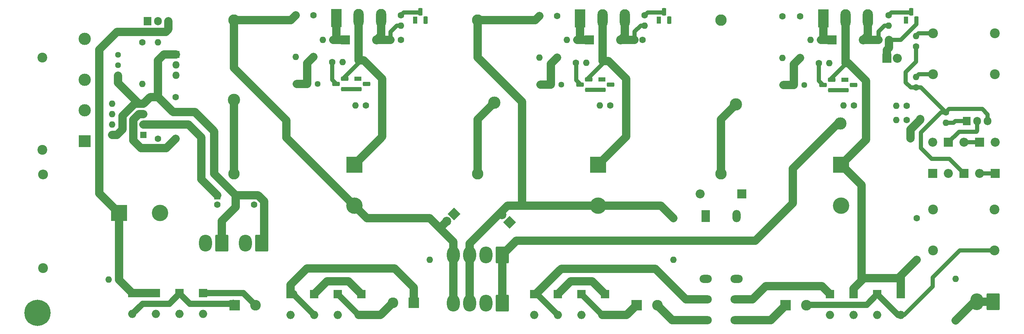
<source format=gbr>
%TF.GenerationSoftware,KiCad,Pcbnew,8.0.2+dfsg-1*%
%TF.CreationDate,2024-05-13T13:38:19+02:00*%
%TF.ProjectId,OSDEHA_PSU,4f534445-4841-45f5-9053-552e6b696361,rev?*%
%TF.SameCoordinates,Original*%
%TF.FileFunction,Copper,L2,Bot*%
%TF.FilePolarity,Positive*%
%FSLAX46Y46*%
G04 Gerber Fmt 4.6, Leading zero omitted, Abs format (unit mm)*
G04 Created by KiCad (PCBNEW 8.0.2+dfsg-1) date 2024-05-13 13:38:19*
%MOMM*%
%LPD*%
G01*
G04 APERTURE LIST*
G04 Aperture macros list*
%AMRoundRect*
0 Rectangle with rounded corners*
0 $1 Rounding radius*
0 $2 $3 $4 $5 $6 $7 $8 $9 X,Y pos of 4 corners*
0 Add a 4 corners polygon primitive as box body*
4,1,4,$2,$3,$4,$5,$6,$7,$8,$9,$2,$3,0*
0 Add four circle primitives for the rounded corners*
1,1,$1+$1,$2,$3*
1,1,$1+$1,$4,$5*
1,1,$1+$1,$6,$7*
1,1,$1+$1,$8,$9*
0 Add four rect primitives between the rounded corners*
20,1,$1+$1,$2,$3,$4,$5,0*
20,1,$1+$1,$4,$5,$6,$7,0*
20,1,$1+$1,$6,$7,$8,$9,0*
20,1,$1+$1,$8,$9,$2,$3,0*%
%AMHorizOval*
0 Thick line with rounded ends*
0 $1 width*
0 $2 $3 position (X,Y) of the first rounded end (center of the circle)*
0 $4 $5 position (X,Y) of the second rounded end (center of the circle)*
0 Add line between two ends*
20,1,$1,$2,$3,$4,$5,0*
0 Add two circle primitives to create the rounded ends*
1,1,$1,$2,$3*
1,1,$1,$4,$5*%
%AMRotRect*
0 Rectangle, with rotation*
0 The origin of the aperture is its center*
0 $1 length*
0 $2 width*
0 $3 Rotation angle, in degrees counterclockwise*
0 Add horizontal line*
21,1,$1,$2,0,0,$3*%
G04 Aperture macros list end*
%TA.AperFunction,ComponentPad*%
%ADD10C,1.600000*%
%TD*%
%TA.AperFunction,ComponentPad*%
%ADD11O,1.600000X1.600000*%
%TD*%
%TA.AperFunction,ComponentPad*%
%ADD12R,3.000000X3.000000*%
%TD*%
%TA.AperFunction,ComponentPad*%
%ADD13C,3.000000*%
%TD*%
%TA.AperFunction,ComponentPad*%
%ADD14R,1.905000X2.000000*%
%TD*%
%TA.AperFunction,ComponentPad*%
%ADD15O,1.905000X2.000000*%
%TD*%
%TA.AperFunction,ComponentPad*%
%ADD16R,4.000000X4.000000*%
%TD*%
%TA.AperFunction,ComponentPad*%
%ADD17C,4.000000*%
%TD*%
%TA.AperFunction,ComponentPad*%
%ADD18C,2.400000*%
%TD*%
%TA.AperFunction,ComponentPad*%
%ADD19O,2.400000X2.400000*%
%TD*%
%TA.AperFunction,ComponentPad*%
%ADD20R,1.800000X1.100000*%
%TD*%
%TA.AperFunction,ComponentPad*%
%ADD21RoundRect,0.275000X-0.625000X0.275000X-0.625000X-0.275000X0.625000X-0.275000X0.625000X0.275000X0*%
%TD*%
%TA.AperFunction,ComponentPad*%
%ADD22RoundRect,0.250000X1.330000X1.800000X-1.330000X1.800000X-1.330000X-1.800000X1.330000X-1.800000X0*%
%TD*%
%TA.AperFunction,ComponentPad*%
%ADD23O,3.160000X4.100000*%
%TD*%
%TA.AperFunction,ComponentPad*%
%ADD24R,2.600000X2.600000*%
%TD*%
%TA.AperFunction,ComponentPad*%
%ADD25C,2.600000*%
%TD*%
%TA.AperFunction,ComponentPad*%
%ADD26R,2.200000X2.200000*%
%TD*%
%TA.AperFunction,ComponentPad*%
%ADD27O,2.200000X2.200000*%
%TD*%
%TA.AperFunction,ComponentPad*%
%ADD28R,2.000000X2.000000*%
%TD*%
%TA.AperFunction,ComponentPad*%
%ADD29O,2.000000X2.000000*%
%TD*%
%TA.AperFunction,ComponentPad*%
%ADD30C,6.400000*%
%TD*%
%TA.AperFunction,ComponentPad*%
%ADD31RoundRect,0.275000X0.625000X-0.275000X0.625000X0.275000X-0.625000X0.275000X-0.625000X-0.275000X0*%
%TD*%
%TA.AperFunction,ComponentPad*%
%ADD32R,1.800000X1.800000*%
%TD*%
%TA.AperFunction,ComponentPad*%
%ADD33O,1.800000X1.800000*%
%TD*%
%TA.AperFunction,ComponentPad*%
%ADD34C,2.800000*%
%TD*%
%TA.AperFunction,ComponentPad*%
%ADD35R,1.600000X1.600000*%
%TD*%
%TA.AperFunction,ComponentPad*%
%ADD36C,1.440000*%
%TD*%
%TA.AperFunction,ComponentPad*%
%ADD37R,1.100000X1.800000*%
%TD*%
%TA.AperFunction,ComponentPad*%
%ADD38RoundRect,0.275000X-0.275000X-0.625000X0.275000X-0.625000X0.275000X0.625000X-0.275000X0.625000X0*%
%TD*%
%TA.AperFunction,ComponentPad*%
%ADD39R,2.500000X4.500000*%
%TD*%
%TA.AperFunction,ComponentPad*%
%ADD40O,2.500000X4.500000*%
%TD*%
%TA.AperFunction,ComponentPad*%
%ADD41O,3.000000X2.000000*%
%TD*%
%TA.AperFunction,ComponentPad*%
%ADD42R,2.000000X3.000000*%
%TD*%
%TA.AperFunction,ComponentPad*%
%ADD43O,2.000000X3.000000*%
%TD*%
%TA.AperFunction,ComponentPad*%
%ADD44RotRect,2.200000X2.200000X225.000000*%
%TD*%
%TA.AperFunction,ComponentPad*%
%ADD45HorizOval,2.200000X0.000000X0.000000X0.000000X0.000000X0*%
%TD*%
%TA.AperFunction,ComponentPad*%
%ADD46RotRect,2.200000X2.200000X135.000000*%
%TD*%
%TA.AperFunction,ComponentPad*%
%ADD47HorizOval,2.200000X0.000000X0.000000X0.000000X0.000000X0*%
%TD*%
%TA.AperFunction,ViaPad*%
%ADD48C,2.000000*%
%TD*%
%TA.AperFunction,ViaPad*%
%ADD49C,3.000000*%
%TD*%
%TA.AperFunction,Conductor*%
%ADD50C,2.000000*%
%TD*%
%TA.AperFunction,Conductor*%
%ADD51C,1.000000*%
%TD*%
%TA.AperFunction,Conductor*%
%ADD52C,1.500000*%
%TD*%
G04 APERTURE END LIST*
D10*
%TO.P,R13,1*%
%TO.N,Net-(D8-K)*%
X251674000Y-87582000D03*
D11*
%TO.P,R13,2*%
%TO.N,Net-(C10-Pad1)*%
X251674000Y-85042000D03*
%TD*%
D12*
%TO.P,D11,1,-*%
%TO.N,Earth_Protective*%
X48895000Y-110725000D03*
D13*
%TO.P,D11,2*%
%TO.N,GND*%
X48895000Y-103225000D03*
%TO.P,D11,3*%
X48895000Y-95725000D03*
%TO.P,D11,4,+*%
%TO.N,Earth_Protective*%
X48895000Y-85725000D03*
%TD*%
D10*
%TO.P,R35,1*%
%TO.N,Net-(Q10-B)*%
X185500000Y-79960000D03*
D11*
%TO.P,R35,2*%
%TO.N,Net-(D25-A)*%
X185500000Y-82500000D03*
%TD*%
D10*
%TO.P,R30,1*%
%TO.N,/HV_STABI3/RSET*%
X104664000Y-80010000D03*
D11*
%TO.P,R30,2*%
%TO.N,Net-(R30-Pad2)*%
X104664000Y-90170000D03*
%TD*%
D10*
%TO.P,R26,1*%
%TO.N,Net-(D25-K)*%
X169045000Y-86000000D03*
D11*
%TO.P,R26,2*%
%TO.N,/HV_STABI2/RSET*%
X166505000Y-86000000D03*
%TD*%
D14*
%TO.P,Q2,1,G*%
%TO.N,Net-(Q2-G)*%
X264068000Y-105791000D03*
D15*
%TO.P,Q2,2,A+*%
%TO.N,Net-(D7-K)*%
X266608000Y-105791000D03*
%TO.P,Q2,3,K-*%
%TO.N,Net-(D8-K)*%
X269148000Y-105791000D03*
%TD*%
D16*
%TO.P,C1,1*%
%TO.N,/HV_STABI1/CAP*%
X233426000Y-116473501D03*
D17*
%TO.P,C1,2*%
%TO.N,GND*%
X233426000Y-126473501D03*
%TD*%
D10*
%TO.P,R11,1*%
%TO.N,Net-(D8-K)*%
X258943600Y-103682800D03*
D11*
%TO.P,R11,2*%
%TO.N,Net-(Q2-G)*%
X258943600Y-106222800D03*
%TD*%
D10*
%TO.P,R27,1*%
%TO.N,GND*%
X184995000Y-86000000D03*
D11*
%TO.P,R27,2*%
%TO.N,Net-(D25-A)*%
X182455000Y-86000000D03*
%TD*%
D18*
%TO.P,R15,1*%
%TO.N,Earth_Protective*%
X38735000Y-141732000D03*
D19*
%TO.P,R15,2*%
%TO.N,GND*%
X38735000Y-118872000D03*
%TD*%
D20*
%TO.P,Q3,1,S*%
%TO.N,Net-(Q3-S)*%
X234337400Y-95707200D03*
D21*
%TO.P,Q3,2,G*%
%TO.N,Net-(Q3-G)*%
X236407400Y-96977200D03*
%TO.P,Q3,3,D*%
%TO.N,Net-(Q3-D)*%
X234337400Y-98247200D03*
%TD*%
D22*
%TO.P,J8,1,Pin_1*%
%TO.N,/H*%
X82355000Y-135636000D03*
D23*
%TO.P,J8,2,Pin_2*%
%TO.N,GND*%
X78395000Y-135636000D03*
%TD*%
D24*
%TO.P,J1,1,Pin_1*%
%TO.N,/AC2B+*%
X219837000Y-150782501D03*
D25*
%TO.P,J1,2,Pin_2*%
%TO.N,/AC1B+*%
X224917000Y-150782501D03*
%TD*%
D26*
%TO.P,D9,1,K*%
%TO.N,Net-(D8-A)*%
X267183000Y-111014000D03*
D27*
%TO.P,D9,2,A*%
%TO.N,Net-(D10-K)*%
X267183000Y-118634000D03*
%TD*%
D18*
%TO.P,C5,1*%
%TO.N,Net-(D5-K)*%
X255851000Y-137381000D03*
%TO.P,C5,2*%
%TO.N,/AC1B+*%
X270851000Y-137381000D03*
%TD*%
D10*
%TO.P,R19,1*%
%TO.N,Net-(Q4-G)*%
X228006400Y-91643200D03*
D11*
%TO.P,R19,2*%
%TO.N,Net-(Q3-S)*%
X230546400Y-91643200D03*
%TD*%
D18*
%TO.P,C11,1*%
%TO.N,GND*%
X38608000Y-90350000D03*
%TO.P,C11,2*%
%TO.N,Earth_Protective*%
X38608000Y-112850000D03*
%TD*%
D28*
%TO.P,D14,1,K*%
%TO.N,/HV_STABI1/CAP*%
X236467333Y-148092501D03*
D29*
%TO.P,D14,2,A*%
%TO.N,/HV_STABI1/AC2*%
X236467333Y-153172501D03*
%TD*%
D10*
%TO.P,R12,1*%
%TO.N,Net-(D8-K)*%
X251674000Y-97615000D03*
D11*
%TO.P,R12,2*%
%TO.N,Net-(C9-Pad1)*%
X251674000Y-95075000D03*
%TD*%
D30*
%TO.P,CHASSIS1,1,1*%
%TO.N,Earth_Protective*%
X37388800Y-152654000D03*
%TD*%
D28*
%TO.P,D2,1,K*%
%TO.N,/AC2HTR*%
X72037666Y-147842501D03*
D29*
%TO.P,D2,2,A*%
%TO.N,GND*%
X72037666Y-152922501D03*
%TD*%
D10*
%TO.P,R24,1*%
%TO.N,/HV_STABI2/RSET*%
X164160000Y-80137000D03*
D11*
%TO.P,R24,2*%
%TO.N,Net-(R24-Pad2)*%
X164160000Y-90297000D03*
%TD*%
D28*
%TO.P,D16,1,K*%
%TO.N,/HV_STABI2/CAP*%
X175811000Y-148092501D03*
D29*
%TO.P,D16,2,A*%
%TO.N,/AC1B-*%
X175811000Y-153172501D03*
%TD*%
D10*
%TO.P,R14,1*%
%TO.N,/BIAS*%
X261326000Y-154520000D03*
D11*
%TO.P,R14,2*%
%TO.N,Net-(D8-K)*%
X261326000Y-144360000D03*
%TD*%
D20*
%TO.P,Q12,1,S*%
%TO.N,Net-(Q11-D)*%
X112282000Y-98044000D03*
D31*
%TO.P,Q12,2,G*%
%TO.N,Net-(Q12-G)*%
X110212000Y-96774000D03*
%TO.P,Q12,3,D*%
%TO.N,/HV_STABI3/CAP*%
X112282000Y-95504000D03*
%TD*%
D32*
%TO.P,Q1,1,E*%
%TO.N,/H*%
X71126000Y-89535000D03*
D33*
%TO.P,Q1,2,C*%
%TO.N,Net-(D6-K)*%
X71126000Y-92075000D03*
%TO.P,Q1,3,B*%
%TO.N,Net-(Q1-B)*%
X71126000Y-94615000D03*
%TD*%
D28*
%TO.P,D19,1,K*%
%TO.N,/HV_STABI2/AC2*%
X158539000Y-148092501D03*
D29*
%TO.P,D19,2,A*%
%TO.N,/B-*%
X158539000Y-153172501D03*
%TD*%
D34*
%TO.P,C12,1*%
%TO.N,/HV_STABI1/RSET*%
X204089000Y-118699000D03*
%TO.P,C12,2*%
%TO.N,GND*%
X204089000Y-81199000D03*
%TD*%
D28*
%TO.P,D18,1,K*%
%TO.N,/HV_STABI2/CAP*%
X164296333Y-148092501D03*
D29*
%TO.P,D18,2,A*%
%TO.N,/HV_STABI2/AC2*%
X164296333Y-153172501D03*
%TD*%
D35*
%TO.P,C8,1*%
%TO.N,Net-(U2-THR)*%
X81225000Y-124214000D03*
D10*
%TO.P,C8,2*%
%TO.N,GND*%
X81225000Y-126214000D03*
%TD*%
D24*
%TO.P,J4,1,Pin_1*%
%TO.N,/AC2HTR*%
X85471000Y-150782501D03*
D25*
%TO.P,J4,2,Pin_2*%
%TO.N,/AC1HTR*%
X90551000Y-150782501D03*
%TD*%
D10*
%TO.P,R9,1*%
%TO.N,Net-(Q1-B)*%
X66802000Y-110109000D03*
D11*
%TO.P,R9,2*%
%TO.N,/H*%
X66802000Y-99949000D03*
%TD*%
D18*
%TO.P,C10,1*%
%TO.N,Net-(C10-Pad1)*%
X255858000Y-84407000D03*
%TO.P,C10,2*%
%TO.N,GND*%
X270858000Y-84407000D03*
%TD*%
D10*
%TO.P,R6,1*%
%TO.N,Net-(D5-A)*%
X249377200Y-105562400D03*
D11*
%TO.P,R6,2*%
%TO.N,GND*%
X246837200Y-105562400D03*
%TD*%
D10*
%TO.P,R21,1*%
%TO.N,/B+*%
X245045000Y-86000000D03*
D11*
%TO.P,R21,2*%
%TO.N,Net-(D24-A)*%
X242505000Y-86000000D03*
%TD*%
D36*
%TO.P,RV4,1,1*%
%TO.N,Net-(Q11-S)*%
X105680000Y-96774000D03*
%TO.P,RV4,2,2*%
%TO.N,Net-(R30-Pad2)*%
X103140000Y-96774000D03*
%TO.P,RV4,3,3*%
X100600000Y-96774000D03*
%TD*%
D10*
%TO.P,R16,1*%
%TO.N,GND*%
X251815600Y-129537200D03*
D11*
%TO.P,R16,2*%
%TO.N,/HV_STABI1/CAP*%
X251815600Y-139697200D03*
%TD*%
D26*
%TO.P,D5,1,K*%
%TO.N,Net-(D5-K)*%
X255708000Y-118634000D03*
D27*
%TO.P,D5,2,A*%
%TO.N,Net-(D5-A)*%
X255708000Y-111014000D03*
%TD*%
D10*
%TO.P,R18,1*%
%TO.N,/HV_STABI1/RSET*%
X223434400Y-80213200D03*
D11*
%TO.P,R18,2*%
%TO.N,Net-(R18-Pad2)*%
X223434400Y-90373200D03*
%TD*%
D20*
%TO.P,Q11,1,S*%
%TO.N,Net-(Q11-S)*%
X115567000Y-95504000D03*
D21*
%TO.P,Q11,2,G*%
%TO.N,Net-(Q11-G)*%
X117637000Y-96774000D03*
%TO.P,Q11,3,D*%
%TO.N,Net-(Q11-D)*%
X115567000Y-98044000D03*
%TD*%
D22*
%TO.P,J5,1,Pin_1*%
%TO.N,/BIAS*%
X270441000Y-149960000D03*
D23*
%TO.P,J5,2,Pin_2*%
X266481000Y-149960000D03*
%TD*%
D10*
%TO.P,R5,1*%
%TO.N,Net-(D5-A)*%
X249377200Y-102057200D03*
D11*
%TO.P,R5,2*%
%TO.N,/B+*%
X246837200Y-102057200D03*
%TD*%
D28*
%TO.P,D12,1,K*%
%TO.N,/HV_STABI1/CAP*%
X247982000Y-148092501D03*
D29*
%TO.P,D12,2,A*%
%TO.N,/AC1B+*%
X247982000Y-153172501D03*
%TD*%
D37*
%TO.P,Q14,1,C*%
%TO.N,Net-(D26-K)*%
X129460000Y-81170000D03*
D38*
%TO.P,Q14,2,B*%
%TO.N,Net-(Q14-B)*%
X130730000Y-79100000D03*
%TO.P,Q14,3,E*%
%TO.N,GND*%
X132000000Y-81170000D03*
%TD*%
D28*
%TO.P,D22,1,K*%
%TO.N,/HV_STABI3/CAP*%
X104860333Y-148092501D03*
D29*
%TO.P,D22,2,A*%
%TO.N,/AC2B2-*%
X104860333Y-153172501D03*
%TD*%
D10*
%TO.P,R23,1*%
%TO.N,Net-(Q7-G)*%
X177045000Y-102000000D03*
D11*
%TO.P,R23,2*%
%TO.N,/HV_STABI2/RSET*%
X174505000Y-102000000D03*
%TD*%
D10*
%TO.P,R17,1*%
%TO.N,Net-(Q3-G)*%
X236500000Y-102000000D03*
D11*
%TO.P,R17,2*%
%TO.N,/HV_STABI1/RSET*%
X233960000Y-102000000D03*
%TD*%
D26*
%TO.P,D8,1,K*%
%TO.N,Net-(D8-K)*%
X263358000Y-118634000D03*
D27*
%TO.P,D8,2,A*%
%TO.N,Net-(D8-A)*%
X263358000Y-111014000D03*
%TD*%
D10*
%TO.P,R28,1*%
%TO.N,/B2-*%
X133070600Y-129537200D03*
D11*
%TO.P,R28,2*%
%TO.N,/HV_STABI3/CAP*%
X133070600Y-139697200D03*
%TD*%
D18*
%TO.P,C6,1*%
%TO.N,Net-(D7-K)*%
X255851000Y-127381000D03*
%TO.P,C6,2*%
%TO.N,GND*%
X270851000Y-127381000D03*
%TD*%
D16*
%TO.P,C2,1*%
%TO.N,/HV_STABI2/CAP*%
X174114800Y-116471301D03*
D17*
%TO.P,C2,2*%
%TO.N,/B-*%
X174114800Y-126471301D03*
%TD*%
D10*
%TO.P,R2,1*%
%TO.N,/B-*%
X159842000Y-80137000D03*
D11*
%TO.P,R2,2*%
%TO.N,/HV_STABI2/RSET*%
X159842000Y-90297000D03*
%TD*%
D20*
%TO.P,Q4,1,S*%
%TO.N,Net-(Q3-D)*%
X231073400Y-98247200D03*
D31*
%TO.P,Q4,2,G*%
%TO.N,Net-(Q4-G)*%
X229003400Y-96977200D03*
%TO.P,Q4,3,D*%
%TO.N,/HV_STABI1/CAP*%
X231073400Y-95707200D03*
%TD*%
D28*
%TO.P,D20,1,K*%
%TO.N,/HV_STABI3/CAP*%
X116375000Y-148092501D03*
D29*
%TO.P,D20,2,A*%
%TO.N,/AC1B2-*%
X116375000Y-153172501D03*
%TD*%
D10*
%TO.P,R7,1*%
%TO.N,Net-(U1-ADJ)*%
X62992000Y-86614000D03*
D11*
%TO.P,R7,2*%
%TO.N,GND*%
X62992000Y-96774000D03*
%TD*%
D16*
%TO.P,C4,1*%
%TO.N,Net-(D3-K)*%
X57243630Y-128270000D03*
D17*
%TO.P,C4,2*%
%TO.N,GND*%
X67243630Y-128270000D03*
%TD*%
D24*
%TO.P,J2,1,Pin_1*%
%TO.N,/AC1B-*%
X183487000Y-150782501D03*
D25*
%TO.P,J2,2,Pin_2*%
%TO.N,/AC2B-*%
X188567000Y-150782501D03*
%TD*%
D39*
%TO.P,Q5,1,G*%
%TO.N,Net-(D24-K)*%
X229033400Y-80772000D03*
D40*
%TO.P,Q5,2,D*%
%TO.N,/HV_STABI1/CAP*%
X234483400Y-80772000D03*
%TO.P,Q5,3,S*%
%TO.N,Net-(D24-A)*%
X239933400Y-80772000D03*
%TD*%
D20*
%TO.P,Q7,1,S*%
%TO.N,Net-(Q7-S)*%
X175063000Y-95631000D03*
D21*
%TO.P,Q7,2,G*%
%TO.N,Net-(Q7-G)*%
X177133000Y-96901000D03*
%TO.P,Q7,3,D*%
%TO.N,Net-(Q7-D)*%
X175063000Y-98171000D03*
%TD*%
D37*
%TO.P,Q10,1,C*%
%TO.N,Net-(D25-K)*%
X188960000Y-81170000D03*
D38*
%TO.P,Q10,2,B*%
%TO.N,Net-(Q10-B)*%
X190230000Y-79100000D03*
%TO.P,Q10,3,E*%
%TO.N,GND*%
X191500000Y-81170000D03*
%TD*%
D28*
%TO.P,D23,1,K*%
%TO.N,/AC2B2-*%
X99103000Y-148092501D03*
D29*
%TO.P,D23,2,A*%
%TO.N,/B2-*%
X99103000Y-153172501D03*
%TD*%
D28*
%TO.P,D21,1,K*%
%TO.N,/AC1B2-*%
X110617666Y-148092501D03*
D29*
%TO.P,D21,2,A*%
%TO.N,/B2-*%
X110617666Y-153172501D03*
%TD*%
D14*
%TO.P,U1,1,ADJ*%
%TO.N,Net-(U1-ADJ)*%
X64262000Y-81407000D03*
D15*
%TO.P,U1,2,VO*%
%TO.N,/H*%
X66802000Y-81407000D03*
%TO.P,U1,3,VI*%
%TO.N,Net-(D3-K)*%
X69342000Y-81407000D03*
%TD*%
D26*
%TO.P,D10,1,K*%
%TO.N,Net-(D10-K)*%
X271008000Y-118634000D03*
D27*
%TO.P,D10,2,A*%
%TO.N,GND*%
X271008000Y-111014000D03*
%TD*%
D35*
%TO.P,U2,1,GND*%
%TO.N,GND*%
X63236000Y-109210000D03*
D11*
%TO.P,U2,2,TR*%
%TO.N,Net-(U2-THR)*%
X63236000Y-106670000D03*
%TO.P,U2,3,Q*%
%TO.N,Net-(U2-Q)*%
X63236000Y-104130000D03*
%TO.P,U2,4,R*%
%TO.N,/H*%
X63236000Y-101590000D03*
%TO.P,U2,5,CV*%
%TO.N,unconnected-(U2-CV-Pad5)*%
X55616000Y-101590000D03*
%TO.P,U2,6,THR*%
%TO.N,Net-(U2-THR)*%
X55616000Y-104130000D03*
%TO.P,U2,7,DIS*%
%TO.N,unconnected-(U2-DIS-Pad7)*%
X55616000Y-106670000D03*
%TO.P,U2,8,VCC*%
%TO.N,/H*%
X55616000Y-109210000D03*
%TD*%
D10*
%TO.P,R3,1*%
%TO.N,/B2-*%
X100346000Y-80010000D03*
D11*
%TO.P,R3,2*%
%TO.N,/HV_STABI3/RSET*%
X100346000Y-90170000D03*
%TD*%
D10*
%TO.P,R22,1*%
%TO.N,/B-*%
X192506600Y-129537200D03*
D11*
%TO.P,R22,2*%
%TO.N,/HV_STABI2/CAP*%
X192506600Y-139697200D03*
%TD*%
D10*
%TO.P,R10,1*%
%TO.N,Net-(Q1-B)*%
X71120000Y-99949000D03*
D11*
%TO.P,R10,2*%
%TO.N,Net-(U2-Q)*%
X71120000Y-110109000D03*
%TD*%
D39*
%TO.P,Q9,1,G*%
%TO.N,Net-(D25-K)*%
X169759000Y-80772000D03*
D40*
%TO.P,Q9,2,D*%
%TO.N,/HV_STABI2/CAP*%
X175209000Y-80772000D03*
%TO.P,Q9,3,S*%
%TO.N,Net-(D25-A)*%
X180659000Y-80772000D03*
%TD*%
D18*
%TO.P,C9,1*%
%TO.N,Net-(C9-Pad1)*%
X255858000Y-94407000D03*
%TO.P,C9,2*%
%TO.N,GND*%
X270858000Y-94407000D03*
%TD*%
D22*
%TO.P,J7,1,Pin_1*%
%TO.N,/B+*%
X150720000Y-150272501D03*
D23*
%TO.P,J7,2,Pin_2*%
%TO.N,GND*%
X146760000Y-150272501D03*
%TO.P,J7,3,Pin_3*%
%TO.N,/B-*%
X142800000Y-150272501D03*
%TO.P,J7,4,Pin_4*%
%TO.N,/B2-*%
X138840000Y-150272501D03*
%TD*%
D10*
%TO.P,R31,1*%
%TO.N,Net-(Q12-G)*%
X109236000Y-91440000D03*
D11*
%TO.P,R31,2*%
%TO.N,Net-(Q11-S)*%
X111776000Y-91440000D03*
%TD*%
D28*
%TO.P,D13,1,K*%
%TO.N,/AC1B+*%
X242224666Y-148092501D03*
D29*
%TO.P,D13,2,A*%
%TO.N,GND*%
X242224666Y-153172501D03*
%TD*%
D10*
%TO.P,R1,1*%
%TO.N,GND*%
X219116400Y-80213200D03*
D11*
%TO.P,R1,2*%
%TO.N,/HV_STABI1/RSET*%
X219116400Y-90373200D03*
%TD*%
D10*
%TO.P,R36,1*%
%TO.N,Net-(Q14-B)*%
X126000000Y-79960000D03*
D11*
%TO.P,R36,2*%
%TO.N,Net-(D26-A)*%
X126000000Y-82500000D03*
%TD*%
D26*
%TO.P,D26,1,K*%
%TO.N,Net-(D26-K)*%
X112500000Y-86000000D03*
D27*
%TO.P,D26,2,A*%
%TO.N,Net-(D26-A)*%
X120120000Y-86000000D03*
%TD*%
D22*
%TO.P,J9,1,Pin_1*%
%TO.N,/H*%
X92075000Y-135636000D03*
D23*
%TO.P,J9,2,Pin_2*%
%TO.N,GND*%
X88115000Y-135636000D03*
%TD*%
D26*
%TO.P,D7,1,K*%
%TO.N,Net-(D7-K)*%
X259533000Y-111014000D03*
D27*
%TO.P,D7,2,A*%
%TO.N,Net-(D5-K)*%
X259533000Y-118634000D03*
%TD*%
D28*
%TO.P,D4,1,K*%
%TO.N,Net-(D3-K)*%
X60523000Y-147842501D03*
D29*
%TO.P,D4,2,A*%
%TO.N,/AC2HTR*%
X60523000Y-152922501D03*
%TD*%
D28*
%TO.P,D3,1,K*%
%TO.N,Net-(D3-K)*%
X66280333Y-147842501D03*
D29*
%TO.P,D3,2,A*%
%TO.N,/AC1HTR*%
X66280333Y-152922501D03*
%TD*%
D10*
%TO.P,R4,1*%
%TO.N,Net-(D3-K)*%
X57280600Y-144475200D03*
D11*
%TO.P,R4,2*%
%TO.N,GND*%
X54740600Y-144475200D03*
%TD*%
D10*
%TO.P,R20,1*%
%TO.N,Net-(D24-K)*%
X228500000Y-86000000D03*
D11*
%TO.P,R20,2*%
%TO.N,/HV_STABI1/RSET*%
X225960000Y-86000000D03*
%TD*%
D10*
%TO.P,R8,1*%
%TO.N,/H*%
X66802000Y-96774000D03*
D11*
%TO.P,R8,2*%
%TO.N,Net-(U1-ADJ)*%
X66802000Y-86614000D03*
%TD*%
D36*
%TO.P,RV2,1,1*%
%TO.N,Net-(Q3-S)*%
X224440400Y-96977200D03*
%TO.P,RV2,2,2*%
%TO.N,Net-(R18-Pad2)*%
X221900400Y-96977200D03*
%TO.P,RV2,3,3*%
X219360400Y-96977200D03*
%TD*%
D39*
%TO.P,Q13,1,G*%
%TO.N,Net-(D26-K)*%
X110263000Y-80645000D03*
D40*
%TO.P,Q13,2,D*%
%TO.N,/HV_STABI3/CAP*%
X115713000Y-80645000D03*
%TO.P,Q13,3,S*%
%TO.N,Net-(D26-A)*%
X121163000Y-80645000D03*
%TD*%
D41*
%TO.P,K1,11*%
%TO.N,/HV_STABI2/AC2*%
X200399000Y-149332501D03*
%TO.P,K1,12*%
%TO.N,unconnected-(K1-Pad12)*%
X200399000Y-144292501D03*
%TO.P,K1,14*%
%TO.N,/AC2B-*%
X200399000Y-154372501D03*
%TO.P,K1,21*%
%TO.N,/HV_STABI1/AC2*%
X207899000Y-149332501D03*
%TO.P,K1,22*%
%TO.N,unconnected-(K1-Pad22)*%
X207899000Y-144292501D03*
%TO.P,K1,24*%
%TO.N,/AC2B+*%
X207899000Y-154372501D03*
D42*
%TO.P,K1,A1*%
%TO.N,GND*%
X200399000Y-129032501D03*
D43*
%TO.P,K1,A2*%
%TO.N,Net-(D6-K)*%
X207899000Y-129032501D03*
%TD*%
D28*
%TO.P,D15,1,K*%
%TO.N,/HV_STABI1/AC2*%
X230710000Y-148092501D03*
D29*
%TO.P,D15,2,A*%
%TO.N,GND*%
X230710000Y-153172501D03*
%TD*%
D44*
%TO.P,D29,1,K*%
%TO.N,GND*%
X139000000Y-128520101D03*
D45*
%TO.P,D29,2,A*%
%TO.N,/B2-*%
X137203949Y-130316152D03*
%TD*%
D24*
%TO.P,J3,1,Pin_1*%
%TO.N,/AC2B2-*%
X129141000Y-150172501D03*
D25*
%TO.P,J3,2,Pin_2*%
%TO.N,/AC1B2-*%
X124061000Y-150172501D03*
%TD*%
D20*
%TO.P,Q8,1,S*%
%TO.N,Net-(Q7-D)*%
X171799000Y-98171000D03*
D31*
%TO.P,Q8,2,G*%
%TO.N,Net-(Q8-G)*%
X169729000Y-96901000D03*
%TO.P,Q8,3,D*%
%TO.N,/HV_STABI2/CAP*%
X171799000Y-95631000D03*
%TD*%
D26*
%TO.P,D24,1,K*%
%TO.N,Net-(D24-K)*%
X231190000Y-86000000D03*
D27*
%TO.P,D24,2,A*%
%TO.N,Net-(D24-A)*%
X238810000Y-86000000D03*
%TD*%
D10*
%TO.P,R25,1*%
%TO.N,Net-(Q8-G)*%
X168732000Y-91567000D03*
D11*
%TO.P,R25,2*%
%TO.N,Net-(Q7-S)*%
X171272000Y-91567000D03*
%TD*%
D35*
%TO.P,C7,1*%
%TO.N,/H*%
X90225000Y-124214000D03*
D10*
%TO.P,C7,2*%
%TO.N,GND*%
X90225000Y-126214000D03*
%TD*%
D26*
%TO.P,D27,1,K*%
%TO.N,/B+*%
X244531766Y-90500000D03*
D27*
%TO.P,D27,2,A*%
%TO.N,GND*%
X247071766Y-90500000D03*
%TD*%
D10*
%TO.P,R32,1*%
%TO.N,Net-(D26-K)*%
X109500000Y-86000000D03*
D11*
%TO.P,R32,2*%
%TO.N,/HV_STABI3/RSET*%
X106960000Y-86000000D03*
%TD*%
D10*
%TO.P,R33,1*%
%TO.N,GND*%
X126000000Y-86000000D03*
D11*
%TO.P,R33,2*%
%TO.N,Net-(D26-A)*%
X123460000Y-86000000D03*
%TD*%
D36*
%TO.P,RV3,1,1*%
%TO.N,Net-(Q7-S)*%
X165176000Y-96901000D03*
%TO.P,RV3,2,2*%
%TO.N,Net-(R24-Pad2)*%
X162636000Y-96901000D03*
%TO.P,RV3,3,3*%
X160096000Y-96901000D03*
%TD*%
D37*
%TO.P,Q6,1,C*%
%TO.N,Net-(D24-K)*%
X249230000Y-81170000D03*
D38*
%TO.P,Q6,2,B*%
%TO.N,Net-(Q6-B)*%
X250500000Y-79100000D03*
%TO.P,Q6,3,E*%
%TO.N,/B+*%
X251770000Y-81170000D03*
%TD*%
D26*
%TO.P,D6,1,K*%
%TO.N,Net-(D6-K)*%
X209169000Y-123571000D03*
D27*
%TO.P,D6,2,A*%
%TO.N,GND*%
X199009000Y-123571000D03*
%TD*%
D10*
%TO.P,R29,1*%
%TO.N,Net-(Q11-G)*%
X117500000Y-102000000D03*
D11*
%TO.P,R29,2*%
%TO.N,/HV_STABI3/RSET*%
X114960000Y-102000000D03*
%TD*%
D36*
%TO.P,RV1,1,1*%
%TO.N,Net-(U2-THR)*%
X57023000Y-89662000D03*
%TO.P,RV1,2,2*%
X57023000Y-92202000D03*
%TO.P,RV1,3,3*%
%TO.N,/H*%
X57023000Y-94742000D03*
%TD*%
D16*
%TO.P,C3,1*%
%TO.N,/HV_STABI3/CAP*%
X114681000Y-116473501D03*
D17*
%TO.P,C3,2*%
%TO.N,/B2-*%
X114681000Y-126473501D03*
%TD*%
D26*
%TO.P,D25,1,K*%
%TO.N,Net-(D25-K)*%
X172000000Y-86000000D03*
D27*
%TO.P,D25,2,A*%
%TO.N,Net-(D25-A)*%
X179620000Y-86000000D03*
%TD*%
D34*
%TO.P,C13,1*%
%TO.N,/HV_STABI2/RSET*%
X144777800Y-118696800D03*
%TO.P,C13,2*%
%TO.N,/B-*%
X144777800Y-81196800D03*
%TD*%
D46*
%TO.P,D28,1,K*%
%TO.N,GND*%
X152500000Y-130500000D03*
D47*
%TO.P,D28,2,A*%
%TO.N,/B-*%
X150703949Y-128703949D03*
%TD*%
D10*
%TO.P,R34,1*%
%TO.N,Net-(Q6-B)*%
X245000000Y-79960000D03*
D11*
%TO.P,R34,2*%
%TO.N,Net-(D24-A)*%
X245000000Y-82500000D03*
%TD*%
D28*
%TO.P,D1,1,K*%
%TO.N,/AC1HTR*%
X77795000Y-147842501D03*
D29*
%TO.P,D1,2,A*%
%TO.N,GND*%
X77795000Y-152922501D03*
%TD*%
D22*
%TO.P,J6,1,Pin_1*%
%TO.N,/B+*%
X150720000Y-138461501D03*
D23*
%TO.P,J6,2,Pin_2*%
%TO.N,GND*%
X146760000Y-138461501D03*
%TO.P,J6,3,Pin_3*%
%TO.N,/B-*%
X142800000Y-138461501D03*
%TO.P,J6,4,Pin_4*%
%TO.N,/B2-*%
X138840000Y-138461501D03*
%TD*%
D28*
%TO.P,D17,1,K*%
%TO.N,/AC1B-*%
X170053666Y-148092501D03*
D29*
%TO.P,D17,2,A*%
%TO.N,/B-*%
X170053666Y-153172501D03*
%TD*%
D34*
%TO.P,C14,1*%
%TO.N,/HV_STABI3/RSET*%
X85344000Y-118699000D03*
%TO.P,C14,2*%
%TO.N,/B2-*%
X85344000Y-81199000D03*
%TD*%
D48*
%TO.N,GND*%
X250334532Y-110055268D03*
X252654915Y-105304581D03*
D49*
%TO.N,/HV_STABI2/RSET*%
X148819500Y-101319500D03*
%TO.N,/HV_STABI1/RSET*%
X207744800Y-101744800D03*
%TO.N,/HV_STABI3/RSET*%
X85344000Y-100634800D03*
%TO.N,/B+*%
X233222800Y-106375200D03*
%TD*%
D50*
%TO.N,Net-(D3-K)*%
X52476400Y-123502770D02*
X52476400Y-88392000D01*
X52476400Y-88392000D02*
X56794400Y-84074000D01*
X57243630Y-128270000D02*
X57243630Y-144563131D01*
X68675000Y-84074000D02*
X56794400Y-84074000D01*
X69342000Y-81407000D02*
X69342000Y-83407000D01*
X57243630Y-144563131D02*
X60523000Y-147842501D01*
X69342000Y-83407000D02*
X68675000Y-84074000D01*
X57243630Y-128270000D02*
X52476400Y-123502770D01*
X60523000Y-147842501D02*
X66280333Y-147842501D01*
%TO.N,GND*%
X250334532Y-107857760D02*
X250334532Y-110055268D01*
D51*
X252654915Y-105304581D02*
X252654915Y-105537377D01*
D50*
X252654915Y-105537377D02*
X250334532Y-107857760D01*
D51*
%TO.N,/HV_STABI1/CAP*%
X230673400Y-95707200D02*
X234483400Y-91897200D01*
D50*
X247342400Y-144170400D02*
X247982000Y-143530800D01*
X233426000Y-116473501D02*
X239500000Y-110399501D01*
X238379000Y-121426501D02*
X233426000Y-116473501D01*
X236467333Y-146691667D02*
X238379000Y-144780000D01*
X247982000Y-148092501D02*
X247982000Y-143530800D01*
X238988600Y-144170400D02*
X247342400Y-144170400D01*
D51*
X234483400Y-91897200D02*
X234483400Y-91630174D01*
D50*
X239500000Y-96000000D02*
X235130174Y-91630174D01*
X238379000Y-144780000D02*
X238988600Y-144170400D01*
X234483400Y-91630174D02*
X234483400Y-80848200D01*
X239500000Y-110399501D02*
X239500000Y-96000000D01*
X238379000Y-137795000D02*
X238379000Y-129997200D01*
X247982000Y-148092501D02*
X247982000Y-146382000D01*
X238379000Y-129997200D02*
X238379000Y-121426501D01*
X247982000Y-143530800D02*
X251815600Y-139697200D01*
X238379000Y-144780000D02*
X238379000Y-137795000D01*
X236467333Y-148092501D02*
X236467333Y-146691667D01*
X235130174Y-91630174D02*
X234483400Y-91630174D01*
D51*
%TO.N,/HV_STABI2/CAP*%
X175209000Y-91821000D02*
X175209000Y-91136692D01*
D50*
X174117000Y-116473501D02*
X181000000Y-109590501D01*
X181000000Y-109590501D02*
X181000000Y-95500000D01*
D51*
X171399000Y-95631000D02*
X175209000Y-91821000D01*
D50*
X164296333Y-148092501D02*
X167456434Y-144932400D01*
X181000000Y-95500000D02*
X176636692Y-91136692D01*
X176636692Y-91136692D02*
X175209000Y-91136692D01*
X167456434Y-144932400D02*
X172650899Y-144932400D01*
X172650899Y-144932400D02*
X175811000Y-148092501D01*
X175209000Y-91136692D02*
X175209000Y-80772000D01*
%TO.N,/B-*%
X152000000Y-126500000D02*
X155500000Y-126500000D01*
X158780000Y-81199000D02*
X144780000Y-81199000D01*
X174117000Y-126473501D02*
X189442901Y-126473501D01*
X159842000Y-80137000D02*
X158780000Y-81199000D01*
X155500000Y-126500000D02*
X174090501Y-126500000D01*
X155571750Y-101071750D02*
X155571750Y-126428250D01*
X142800000Y-138461501D02*
X142800000Y-150272501D01*
X144780000Y-81199000D02*
X144780000Y-90280000D01*
X142800000Y-138461501D02*
X142800000Y-135700000D01*
X142800000Y-135700000D02*
X152000000Y-126500000D01*
X155571750Y-126428250D02*
X155500000Y-126500000D01*
X174090501Y-126500000D02*
X174117000Y-126473501D01*
X144780000Y-90280000D02*
X155571750Y-101071750D01*
X189442901Y-126473501D02*
X192506600Y-129537200D01*
%TO.N,/HV_STABI3/CAP*%
X117009692Y-91009692D02*
X115713000Y-91009692D01*
D51*
X115713000Y-91673000D02*
X115713000Y-91009692D01*
X111882000Y-95504000D02*
X115713000Y-91673000D01*
D50*
X113214899Y-144932400D02*
X116375000Y-148092501D01*
X104860333Y-148092501D02*
X108020434Y-144932400D01*
X108020434Y-144932400D02*
X113214899Y-144932400D01*
X121500000Y-95500000D02*
X117009692Y-91009692D01*
X121500000Y-109654501D02*
X121500000Y-95500000D01*
X114681000Y-116473501D02*
X121500000Y-109654501D01*
X115713000Y-91009692D02*
X115713000Y-80645000D01*
%TO.N,/B2-*%
X85344000Y-81199000D02*
X99157000Y-81199000D01*
X85344000Y-92844000D02*
X98100000Y-105600000D01*
X138840000Y-138461501D02*
X138840000Y-135306600D01*
X117744699Y-129537200D02*
X114681000Y-126473501D01*
X99157000Y-81199000D02*
X100346000Y-80010000D01*
X133070600Y-129537200D02*
X117744699Y-129537200D01*
X138840000Y-135306600D02*
X135516700Y-131983300D01*
X138840000Y-138461501D02*
X138840000Y-150272501D01*
X135516700Y-131983300D02*
X133070600Y-129537200D01*
D51*
X135536801Y-131983300D02*
X135516700Y-131983300D01*
D50*
X98100000Y-105600000D02*
X98100000Y-109892501D01*
X85344000Y-81199000D02*
X85344000Y-92844000D01*
X98100000Y-109892501D02*
X114681000Y-126473501D01*
X137203949Y-130316152D02*
X135536801Y-131983300D01*
D51*
%TO.N,Net-(D7-K)*%
X259533000Y-111014000D02*
X262133000Y-108414000D01*
X262133000Y-108414000D02*
X266397500Y-108414000D01*
X266397500Y-108414000D02*
X266608000Y-108203500D01*
X266608000Y-108203500D02*
X266608000Y-105791000D01*
D50*
%TO.N,/H*%
X64877000Y-99949000D02*
X63236000Y-101590000D01*
X57023000Y-94742000D02*
X57023000Y-96494600D01*
X70485000Y-103632000D02*
X66802000Y-99949000D01*
X58115200Y-104546400D02*
X61071600Y-101590000D01*
X66802000Y-96774000D02*
X66802000Y-99949000D01*
X91177692Y-123914000D02*
X85712400Y-123914000D01*
X55616000Y-109210000D02*
X56747370Y-109210000D01*
X85712400Y-123914000D02*
X85712400Y-126834800D01*
X62118400Y-101590000D02*
X63236000Y-101590000D01*
X75793600Y-103632000D02*
X70485000Y-103632000D01*
X92659200Y-125395508D02*
X91177692Y-123914000D01*
X85712400Y-123914000D02*
X80518000Y-118719600D01*
X92075000Y-135636000D02*
X92659200Y-135051800D01*
X66802000Y-99949000D02*
X64877000Y-99949000D01*
X80518000Y-118719600D02*
X80518000Y-108356400D01*
X66802000Y-96774000D02*
X66802000Y-90959000D01*
X82355000Y-130192200D02*
X82355000Y-135636000D01*
X80518000Y-108356400D02*
X75793600Y-103632000D01*
X61071600Y-101590000D02*
X63236000Y-101590000D01*
X58115200Y-107842170D02*
X58115200Y-104546400D01*
X85712400Y-126834800D02*
X82355000Y-130192200D01*
X92659200Y-131064000D02*
X92659200Y-125395508D01*
X92659200Y-135051800D02*
X92659200Y-131064000D01*
X56747370Y-109210000D02*
X58115200Y-107842170D01*
X66802000Y-90959000D02*
X68226000Y-89535000D01*
X68226000Y-89535000D02*
X71126000Y-89535000D01*
X57023000Y-96494600D02*
X62118400Y-101590000D01*
%TO.N,Net-(U2-THR)*%
X77368400Y-120057400D02*
X81225000Y-123914000D01*
X63236000Y-106670000D02*
X74208800Y-106670000D01*
X77368400Y-109829600D02*
X77368400Y-120057400D01*
X74208800Y-106670000D02*
X77368400Y-109829600D01*
D51*
%TO.N,Net-(C9-Pad1)*%
X252342000Y-94407000D02*
X251674000Y-95075000D01*
X255858000Y-94407000D02*
X252342000Y-94407000D01*
%TO.N,Net-(C10-Pad1)*%
X252309000Y-84407000D02*
X251674000Y-85042000D01*
X255858000Y-84407000D02*
X252309000Y-84407000D01*
D50*
%TO.N,/HV_STABI2/RSET*%
X148819500Y-101319500D02*
X144777800Y-105361200D01*
X144777800Y-105361200D02*
X144777800Y-118696800D01*
%TO.N,/HV_STABI1/RSET*%
X207744800Y-101744800D02*
X204089000Y-105400600D01*
X204089000Y-105400600D02*
X204089000Y-118699000D01*
%TO.N,/HV_STABI3/RSET*%
X85344000Y-100634800D02*
X85344000Y-118699000D01*
D51*
%TO.N,Net-(D8-K)*%
X251674000Y-87582000D02*
X251674000Y-91353000D01*
X249174000Y-93853000D02*
X249174000Y-96393000D01*
X249174000Y-96393000D02*
X250396000Y-97615000D01*
X251674000Y-91353000D02*
X249174000Y-93853000D01*
X250396000Y-97615000D02*
X251674000Y-97615000D01*
X252875800Y-97615000D02*
X258943600Y-103682800D01*
X259786000Y-115062000D02*
X255524000Y-115062000D01*
X259743599Y-102882801D02*
X267855801Y-102882801D01*
X263358000Y-118634000D02*
X259786000Y-115062000D01*
X258943600Y-103682800D02*
X259743599Y-102882801D01*
X252857000Y-112395000D02*
X252857000Y-108638030D01*
X251674000Y-97615000D02*
X252875800Y-97615000D01*
X252857000Y-108638030D02*
X257812230Y-103682800D01*
X269148000Y-105791000D02*
X269148000Y-106059752D01*
X269148000Y-104175000D02*
X269148000Y-105791000D01*
X257812230Y-103682800D02*
X258943600Y-103682800D01*
X255524000Y-115062000D02*
X252857000Y-112395000D01*
X267855801Y-102882801D02*
X269148000Y-104175000D01*
%TO.N,Net-(D8-A)*%
X267183000Y-111014000D02*
X263358000Y-111014000D01*
%TO.N,Net-(D10-K)*%
X271008000Y-118634000D02*
X267183000Y-118634000D01*
D50*
%TO.N,/HV_STABI2/AC2*%
X158539000Y-148092501D02*
X159216333Y-148092501D01*
X158907499Y-148092501D02*
X158539000Y-148092501D01*
D52*
X159216333Y-148092501D02*
X164296333Y-153172501D01*
D50*
X200399000Y-149332501D02*
X195509701Y-149332501D01*
X188061600Y-141884400D02*
X165115600Y-141884400D01*
X165115600Y-141884400D02*
X158907499Y-148092501D01*
X195509701Y-149332501D02*
X188061600Y-141884400D01*
%TO.N,/HV_STABI1/AC2*%
X207899000Y-149332501D02*
X211804699Y-149332501D01*
X228718299Y-146100800D02*
X230600000Y-147982501D01*
X215036400Y-146100800D02*
X228718299Y-146100800D01*
X211804699Y-149332501D02*
X215036400Y-146100800D01*
%TO.N,/BIAS*%
X265886000Y-149960000D02*
X261326000Y-154520000D01*
X270441000Y-149960000D02*
X266481000Y-149960000D01*
D51*
%TO.N,Net-(Q7-D)*%
X171399000Y-98171000D02*
X175463000Y-98171000D01*
%TO.N,Net-(Q2-G)*%
X260788666Y-106222800D02*
X261220466Y-105791000D01*
X258943600Y-106222800D02*
X260788666Y-106222800D01*
X261220466Y-105791000D02*
X264068000Y-105791000D01*
%TO.N,Net-(Q3-D)*%
X230673400Y-98247200D02*
X234737400Y-98247200D01*
%TO.N,Net-(Q4-G)*%
X228006400Y-91643200D02*
X228006400Y-95960200D01*
X228006400Y-95960200D02*
X229023400Y-96977200D01*
%TO.N,Net-(Q8-G)*%
X168757100Y-91542100D02*
X168757100Y-95859100D01*
X168757100Y-95859100D02*
X169774100Y-96876100D01*
D50*
%TO.N,Net-(D24-K)*%
X229033400Y-80848200D02*
X229033400Y-86000000D01*
X231190000Y-86000000D02*
X229033400Y-86000000D01*
X228500000Y-86000000D02*
X229033400Y-86000000D01*
%TO.N,Net-(D24-A)*%
X239933400Y-84876600D02*
X238810000Y-86000000D01*
X242505000Y-86000000D02*
X238810000Y-86000000D01*
X239933400Y-80772000D02*
X239933400Y-84876600D01*
D51*
X242505000Y-86000000D02*
X242505000Y-83995000D01*
X242505000Y-83995000D02*
X244000000Y-82500000D01*
X244000000Y-82500000D02*
X245000000Y-82500000D01*
D50*
X239933400Y-81945400D02*
X240136600Y-81945400D01*
%TO.N,Net-(U2-Q)*%
X62104630Y-104130000D02*
X60736000Y-105498630D01*
X63236000Y-104130000D02*
X62104630Y-104130000D01*
X62585600Y-112420400D02*
X68808600Y-112420400D01*
X60736000Y-105498630D02*
X60736000Y-110570800D01*
X68808600Y-112420400D02*
X71120000Y-110109000D01*
X60736000Y-110570800D02*
X62585600Y-112420400D01*
%TO.N,Net-(D25-K)*%
X172000000Y-86000000D02*
X169759000Y-86000000D01*
X169759000Y-80772000D02*
X169759000Y-86000000D01*
X169045000Y-86000000D02*
X169759000Y-86000000D01*
%TO.N,Net-(D25-A)*%
X180659000Y-80772000D02*
X180659000Y-84961000D01*
X183000000Y-86000000D02*
X179620000Y-86000000D01*
D51*
X183000000Y-86000000D02*
X183000000Y-84000000D01*
X183000000Y-84000000D02*
X184500000Y-82500000D01*
D50*
X180659000Y-84961000D02*
X179620000Y-86000000D01*
D51*
X184500000Y-82500000D02*
X185500000Y-82500000D01*
%TO.N,Net-(Q11-D)*%
X111882000Y-98044000D02*
X115967000Y-98044000D01*
%TO.N,Net-(Q12-G)*%
X109270300Y-95757500D02*
X110287300Y-96774500D01*
X109270300Y-91440500D02*
X109270300Y-95757500D01*
D50*
%TO.N,Net-(D26-A)*%
X120120000Y-86000000D02*
X123460000Y-86000000D01*
D51*
X123460000Y-84040000D02*
X123460000Y-86000000D01*
X125000000Y-82500000D02*
X123460000Y-84040000D01*
D50*
X121163000Y-84957000D02*
X120120000Y-86000000D01*
X121163000Y-80645000D02*
X121163000Y-84957000D01*
D51*
X126000000Y-82500000D02*
X125000000Y-82500000D01*
D50*
%TO.N,Net-(D26-K)*%
X110263000Y-80645000D02*
X110263000Y-86000000D01*
X109540000Y-86000000D02*
X110263000Y-86000000D01*
X112500000Y-86000000D02*
X110263000Y-86000000D01*
%TO.N,Net-(R18-Pad2)*%
X221900400Y-96977200D02*
X219360400Y-96977200D01*
X221900400Y-91907200D02*
X223434400Y-90373200D01*
X221900400Y-96977200D02*
X221900400Y-91907200D01*
%TO.N,Net-(R24-Pad2)*%
X162636000Y-96901000D02*
X162636000Y-91821000D01*
X162636000Y-91821000D02*
X164160000Y-90297000D01*
X162636000Y-96901000D02*
X160096000Y-96901000D01*
%TO.N,Net-(R30-Pad2)*%
X100600000Y-96774000D02*
X103140000Y-96774000D01*
X103140000Y-96774000D02*
X103140000Y-91694000D01*
X103140000Y-91694000D02*
X104664000Y-90170000D01*
%TO.N,/B+*%
X245045000Y-87955000D02*
X244531766Y-88468234D01*
D51*
X251770000Y-82155000D02*
X247925000Y-86000000D01*
D50*
X233222800Y-106375200D02*
X232624800Y-106375200D01*
X150720000Y-138461501D02*
X150720000Y-150272501D01*
X232624800Y-106375200D02*
X221589600Y-117410400D01*
X221589600Y-117410400D02*
X221589600Y-125882400D01*
X245045000Y-86000000D02*
X245045000Y-87955000D01*
X212472000Y-135000000D02*
X154181501Y-135000000D01*
X244531766Y-88468234D02*
X244531766Y-90500000D01*
D51*
X251770000Y-80770000D02*
X251770000Y-82155000D01*
D50*
X154181501Y-135000000D02*
X150720000Y-138461501D01*
D51*
X247925000Y-86000000D02*
X245045000Y-86000000D01*
D50*
X221589600Y-125882400D02*
X212472000Y-135000000D01*
D52*
%TO.N,/AC1B+*%
X225027000Y-150672501D02*
X239644666Y-150672501D01*
D51*
X248757099Y-153172501D02*
X247982000Y-153172501D01*
X270851000Y-137381000D02*
X262364200Y-137381000D01*
X255727200Y-144018000D02*
X255727200Y-146202400D01*
X262364200Y-137381000D02*
X255727200Y-144018000D01*
D52*
X239644666Y-150672501D02*
X242224666Y-148092501D01*
D51*
X255727200Y-146202400D02*
X248757099Y-153172501D01*
D52*
X247304666Y-153172501D02*
X242224666Y-148092501D01*
%TO.N,/AC1HTR*%
X77795000Y-147842501D02*
X87611000Y-147842501D01*
X87611000Y-147842501D02*
X90551000Y-150782501D01*
%TO.N,/AC2HTR*%
X63023000Y-150422501D02*
X60523000Y-152922501D01*
X74537666Y-150422501D02*
X72037666Y-147922501D01*
D50*
X72037666Y-147842501D02*
X72037666Y-147922501D01*
D52*
X85111000Y-150422501D02*
X74537666Y-150422501D01*
X72037666Y-147922501D02*
X69537666Y-150422501D01*
D50*
X85471000Y-150782501D02*
X85111000Y-150422501D01*
D52*
X69537666Y-150422501D02*
X63023000Y-150422501D01*
D50*
%TO.N,/AC1B-*%
X175811000Y-153172501D02*
X175133666Y-153172501D01*
X175811000Y-153172501D02*
X181097000Y-153172501D01*
D52*
X175133666Y-153172501D02*
X170053666Y-148092501D01*
D50*
X181097000Y-153172501D02*
X183487000Y-150782501D01*
D51*
%TO.N,Net-(Q6-B)*%
X245000000Y-79960000D02*
X245690000Y-79270000D01*
X245690000Y-79270000D02*
X250500000Y-79270000D01*
%TO.N,Net-(Q10-B)*%
X186190000Y-79270000D02*
X190230000Y-79270000D01*
X185500000Y-79960000D02*
X186190000Y-79270000D01*
%TO.N,Net-(Q14-B)*%
X126000000Y-79960000D02*
X126690000Y-79270000D01*
X126690000Y-79270000D02*
X130730000Y-79270000D01*
D50*
%TO.N,/AC1B2-*%
X116375000Y-153172501D02*
X115697666Y-153172501D01*
D52*
X115697666Y-153172501D02*
X110617666Y-148092501D01*
D50*
X121061000Y-153172501D02*
X124061000Y-150172501D01*
X116375000Y-153172501D02*
X121061000Y-153172501D01*
%TO.N,/AC2B2-*%
X99103000Y-145803800D02*
X99103000Y-148092501D01*
X99103000Y-148092501D02*
X99780333Y-148092501D01*
X129141000Y-150172501D02*
X129141000Y-146413000D01*
X103124000Y-141782800D02*
X99103000Y-145803800D01*
D52*
X99780333Y-148092501D02*
X104860333Y-153172501D01*
D50*
X124510800Y-141782800D02*
X103124000Y-141782800D01*
X129141000Y-146413000D02*
X124510800Y-141782800D01*
%TO.N,/AC2B+*%
X207899000Y-154372501D02*
X216247000Y-154372501D01*
X216247000Y-154372501D02*
X219837000Y-150782501D01*
%TO.N,/AC2B-*%
X200399000Y-154372501D02*
X192157000Y-154372501D01*
X192157000Y-154372501D02*
X188567000Y-150782501D01*
%TD*%
M02*

</source>
